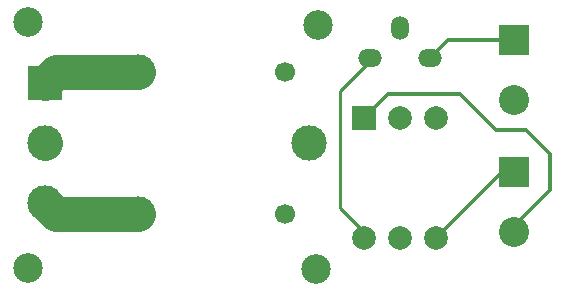
<source format=gbl>
G04 #@! TF.FileFunction,Copper,L2,Bot,Signal*
%FSLAX46Y46*%
G04 Gerber Fmt 4.6, Leading zero omitted, Abs format (unit mm)*
G04 Created by KiCad (PCBNEW 4.0.1-stable) date 15/06/2016 21:54:59*
%MOMM*%
G01*
G04 APERTURE LIST*
%ADD10C,0.100000*%
%ADD11C,2.500000*%
%ADD12C,1.998980*%
%ADD13R,1.998980X1.998980*%
%ADD14R,2.540000X2.540000*%
%ADD15C,2.540000*%
%ADD16O,1.501140X1.998980*%
%ADD17O,1.998980X1.501140*%
%ADD18C,3.000000*%
%ADD19C,1.700000*%
%ADD20R,3.000000X3.000000*%
%ADD21C,0.250000*%
%ADD22C,0.300000*%
%ADD23C,3.000000*%
G04 APERTURE END LIST*
D10*
D11*
X131064000Y-122555000D03*
X131191000Y-101854000D03*
X106680000Y-122428000D03*
X106680000Y-101600000D03*
D12*
X135130540Y-119888000D03*
D13*
X135130540Y-109728000D03*
D14*
X147828000Y-103124000D03*
D15*
X147828000Y-108204000D03*
D14*
X147828000Y-114300000D03*
D15*
X147828000Y-119380000D03*
D16*
X138176000Y-102108000D03*
D17*
X135636000Y-104648000D03*
X140716000Y-104648000D03*
D12*
X138176000Y-109728000D03*
X138176000Y-119888000D03*
X141224000Y-109728000D03*
X141224000Y-119888000D03*
D18*
X115936000Y-105879000D03*
X115936000Y-117879000D03*
D19*
X128436000Y-117879000D03*
D18*
X130436000Y-111879000D03*
D19*
X128436000Y-105879000D03*
D20*
X108077000Y-106807000D03*
D18*
X108077000Y-111887000D03*
X108077000Y-116967000D03*
D21*
X135636000Y-104648000D02*
X135636000Y-104902000D01*
X135636000Y-104902000D02*
X133096000Y-107442000D01*
X133096000Y-107442000D02*
X133096000Y-117348000D01*
X133096000Y-117348000D02*
X135130540Y-119382540D01*
X135130540Y-119382540D02*
X135130540Y-119888000D01*
D22*
X147828000Y-119380000D02*
X147828000Y-118872000D01*
X147828000Y-118872000D02*
X150876000Y-115824000D01*
X150876000Y-115824000D02*
X150876000Y-112776000D01*
X150876000Y-112776000D02*
X148844000Y-110744000D01*
X148844000Y-110744000D02*
X146304000Y-110744000D01*
X146304000Y-110744000D02*
X143256000Y-107696000D01*
X143256000Y-107696000D02*
X137162540Y-107696000D01*
X137162540Y-107696000D02*
X135130540Y-109728000D01*
X147828000Y-114300000D02*
X146812000Y-114300000D01*
X146812000Y-114300000D02*
X141224000Y-119888000D01*
X147828000Y-103124000D02*
X142240000Y-103124000D01*
X142240000Y-103124000D02*
X140716000Y-104648000D01*
D23*
X115936000Y-105879000D02*
X109005000Y-105879000D01*
X109005000Y-105879000D02*
X108077000Y-106807000D01*
X108085000Y-111879000D02*
X108077000Y-111887000D01*
X115936000Y-117879000D02*
X108989000Y-117879000D01*
X108989000Y-117879000D02*
X108077000Y-116967000D01*
M02*

</source>
